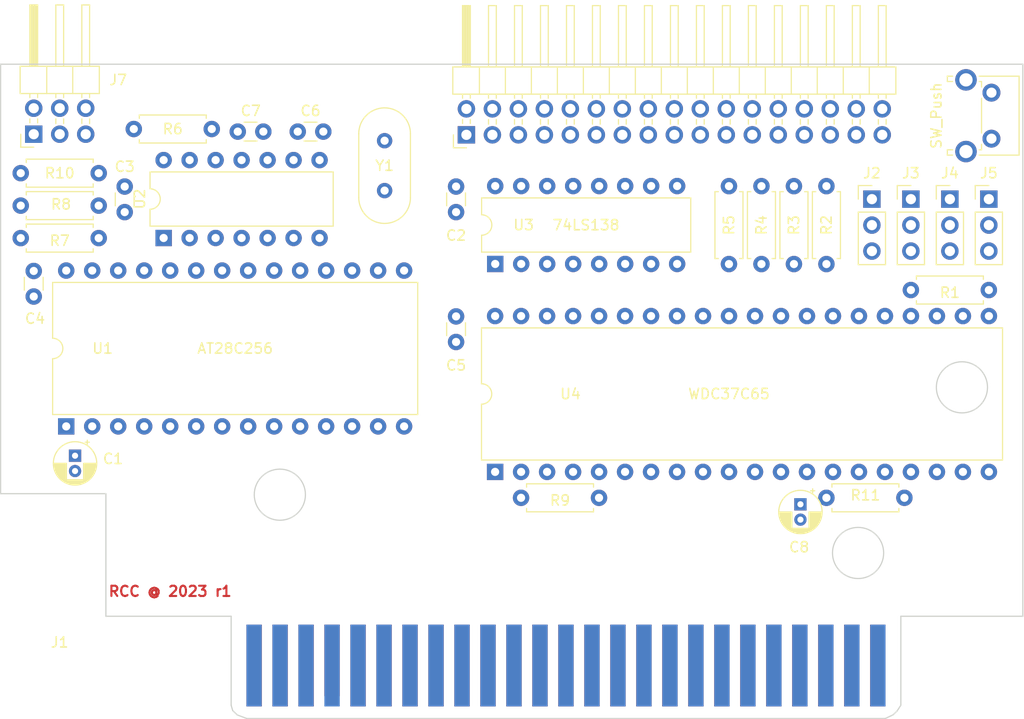
<source format=kicad_pcb>
(kicad_pcb (version 20211014) (generator pcbnew)
  (title_block (title "MSX TDC-600 Floppy Disk Drive Interface Clone") (date "2023-05-28") (rev "1.0") (company "RCC") (comment 1 "Based on Skoti Design: https://github.com/konkotgit/MSX-DC-600"))
  (layers (0 "F.Cu" signal) (31 "B.Cu" signal) (34 "B.Paste" user) (35 "F.Paste" user) (36 "B.SilkS" user "B.Silkscreen") (37 "F.SilkS" user "F.Silkscreen") (38 "B.Mask" user) (39 "F.Mask" user) (44 "Edge.Cuts" user))
  (net 0 "")
  (net 1 "{slash}CS1")
  (net 2 "{slash}CS2")
  (net 3 "{slash}CS12")
  (net 4 "{slash}SLTSL")
  (net 6 "{slash}RFSH")
  (net 7 "{slash}WAIT")
  (net 8 "{slash}INT")
  (net 9 "{slash}M1")
  (net 10 "BUSDIR")
  (net 11 "{slash}IORQ")
  (net 12 "{slash}MREQ")
  (net 13 "{slash}WR")
  (net 14 "{slash}RD")
  (net 15 "{slash}RESET")
  (net 17 "A9")
  (net 18 "A15")
  (net 19 "A11")
  (net 20 "A10")
  (net 21 "A7")
  (net 22 "A6")
  (net 23 "A12")
  (net 24 "A8")
  (net 25 "A14")
  (net 26 "A13")
  (net 27 "A1")
  (net 28 "A0")
  (net 29 "A3")
  (net 30 "A2")
  (net 31 "A5")
  (net 32 "A4")
  (net 33 "D1")
  (net 34 "D0")
  (net 35 "D3")
  (net 36 "D2")
  (net 37 "D5")
  (net 38 "D4")
  (net 39 "D7")
  (net 40 "D6")
  (net 41 "GNDREF")
  (net 42 "CLOCK")
  (net 43 "Net-(J1-Pad44)")
  (net 44 "+5V")
  (net 48 "{slash}MEM_CE")
  (net 49 "MEM_A14")
  (net 50 "Net-(J1-Pad41)")
  (net 51 "MOTORON")
  (net 52 "{slash}MO2")
  (net 53 "MOTORON2")
  (net 54 "{slash}MO1")
  (net 55 "DS1")
  (net 56 "DS2")
  (net 60 "INDEX")
  (net 61 "DIR")
  (net 62 "STEP")
  (net 63 "WRITEDATA")
  (net 66 "WRITEPROTECT")
  (net 67 "READDATA")
  (net 70 "Net-(C6-Pad1)")
  (net 71 "WDRST")
  (net 72 "Net-(C7-Pad1)")
  (net 73 "WDCLK")
  (net 74 "Net-(C7-Pad2)")
  (net 75 "Net-(R7-Pad2)")
  (net 76 "Net-(R8-Pad1)")
  (net 77 "Net-(U2-Pad10)")
  (net 79 "Net-(R11-Pad1)")
  (net 86 "{slash}LDOR")
  (net 87 "WDCS")
  (net 90 "Net-(R1-Pad2)")
  (net 91 "SIDESELECT")
  (net 92 "WRITEGATE")
  (net 93 "{slash}DS1")
  (net 94 "{slash}DS2")
  (net 97 "TRACK00")
  (net 98 "Net-(C6-Pad2)")
  (footprint "Resistor_THT:R_Axial_DIN0207_L6.3mm_D2.5mm_P7.62mm_Horizontal" (layer "F.Cu") (at 102.743 46.228 90)
    (fp_text reference "R5" (at 3.81 0 90) (layer "F.SilkS"))
    (fp_text value "150R" hide)
    (pad "1" thru_hole circle (at 0 0 90) (size 1.6 1.6) (drill 0.8) (layers *.Cu *.Mask) (net 44 "+5V"))
    (pad "2" thru_hole oval (at 7.62 0 90) (size 1.6 1.6) (drill 0.8) (layers *.Cu *.Mask) (net 60 "INDEX"))
  )
  (footprint "Button_Switch_THT:SW_Tactile_SPST_Angled_PTS645Vx31-2LFS" (layer "F.Cu") (at 128.397 29.464 -90)
    (fp_text reference "SW1" hide)
    (fp_text value "SW_Push" (at 2.25 5.38988 90) (layer "F.SilkS"))
    (pad "" thru_hole circle (at 5.76 2.49 270) (size 2.1 2.1) (drill 1.3) (layers *.Cu *.Mask))
    (pad "" thru_hole circle (at -1.25 2.49 270) (size 2.1 2.1) (drill 1.3) (layers *.Cu *.Mask))
    (pad "1" thru_hole circle (at 0 0 270) (size 1.75 1.75) (drill 0.99) (layers *.Cu *.Mask) (net 79 "Net-(R11-Pad1)"))
    (pad "2" thru_hole circle (at 4.5 0 270) (size 1.75 1.75) (drill 0.99) (layers *.Cu *.Mask) (net 41 "GNDREF"))
  )
  (footprint "Resistor_THT:R_Axial_DIN0207_L6.3mm_D2.5mm_P7.62mm_Horizontal" (layer "F.Cu") (at 105.918 46.228 90)
    (fp_text reference "R4" (at 3.81 0 90) (layer "F.SilkS"))
    (fp_text value "150R" hide)
    (pad "1" thru_hole circle (at 0 0 90) (size 1.6 1.6) (drill 0.8) (layers *.Cu *.Mask) (net 44 "+5V"))
    (pad "2" thru_hole oval (at 7.62 0 90) (size 1.6 1.6) (drill 0.8) (layers *.Cu *.Mask) (net 97 "TRACK00"))
  )
  (footprint "Capacitor_THT:C_Disc_D3.0mm_W1.6mm_P2.50mm" (layer "F.Cu") (at 76.073 53.848 90)
    (fp_text reference "C5" (at -2.286 0 180) (layer "F.SilkS"))
    (fp_text value "100nF" hide)
    (pad "1" thru_hole circle (at 0 0 90) (size 1.6 1.6) (drill 0.8) (layers *.Cu *.Mask) (net 41 "GNDREF"))
    (pad "2" thru_hole circle (at 2.5 0 90) (size 1.6 1.6) (drill 0.8) (layers *.Cu *.Mask) (net 44 "+5V"))
  )
  (footprint "Connector_PinHeader_2.54mm:PinHeader_1x03_P2.54mm_Vertical" (layer "F.Cu") (at 120.523 39.878)
    (fp_text reference "J3" (at 0 -2.54) (layer "F.SilkS"))
    (fp_text value "Conn_01x03_Male" hide)
    (pad "1" thru_hole rect (at 0 0) (size 1.7 1.7) (drill 1) (layers *.Cu *.Mask) (net 53 "MOTORON2"))
    (pad "2" thru_hole oval (at 0 2.54) (size 1.7 1.7) (drill 1) (layers *.Cu *.Mask) (net 54 "{slash}MO1"))
    (pad "3" thru_hole oval (at 0 5.08) (size 1.7 1.7) (drill 1) (layers *.Cu *.Mask) (net 51 "MOTORON"))
  )
  (footprint "Roni Footprints:MSX_CART_SW_Official_3Holes" (layer "F.Cu") (at 80.510789 55.283)
    (fp_text reference "J1" (at -43.18 27.94) (layer "F.SilkS"))
    (fp_text value "MSXCART1")
    (fp_text user "RCC @ 2023 r1" (at -32.384228 22.951897 unlocked) (layer "F.Cu") (effects (font (thickness 0.2))))
    (fp_line (start -48.95 13.4) (end -48.95 -28.6) (layer "Edge.Cuts") (width 0.12))
    (fp_line (start -26.268836 34.609987) (end -25.815346 35.041883) (layer "Edge.Cuts") (width 0.12))
    (fp_line (start -25.815346 35.041883) (end -24.892279 35.390806) (layer "Edge.Cuts") (width 0.12))
    (fp_line (start 39.03 25.388435) (end 39.03 34.091713) (layer "Edge.Cuts") (width 0.12))
    (fp_line (start 50.95 -28.6) (end 50.95 25.388435) (layer "Edge.Cuts") (width 0.12))
    (fp_line (start 38.24498 35.044512) (end 38.647705 34.674006) (layer "Edge.Cuts") (width 0.12))
    (fp_line (start -38.66 13.4) (end -38.66 25.388435) (layer "Edge.Cuts") (width 0.12))
    (fp_line (start 39.03 25.388435) (end 50.95 25.388435) (layer "Edge.Cuts") (width 0.12))
    (fp_line (start -26.42 34.091713) (end -26.268836 34.609987) (layer "Edge.Cuts") (width 0.12))
    (fp_line (start 50.95 -28.6) (end -48.95 -28.6) (layer "Edge.Cuts") (width 0.12))
    (fp_line (start -24.892279 35.390806) (end 37.500957 35.390806) (layer "Edge.Cuts") (width 0.12))
    (fp_line (start 37.500957 35.390806) (end 38.24498 35.044512) (layer "Edge.Cuts") (width 0.12))
    (fp_line (start 38.647705 34.674006) (end 39.03 34.091713) (layer "Edge.Cuts") (width 0.12))
    (fp_line (start -26.42 34.091713) (end -26.42 25.388435) (layer "Edge.Cuts") (width 0.12))
    (fp_line (start -38.66 25.388435) (end -26.42 25.388435) (layer "Edge.Cuts") (width 0.12))
    (fp_line (start -48.95 13.4) (end -38.66 13.4) (layer "Edge.Cuts") (width 0.12))
    (fp_circle (center -21.66 13.5) (end -19.16 13.5) (layer "Edge.Cuts") (width 0.12) (fill none))
    (fp_circle (center 34.85 19.2) (end 37.35 19.2) (layer "Edge.Cuts") (width 0.12) (fill none))
    (fp_circle (center 45 3) (end 47.5 3) (layer "Edge.Cuts") (width 0.12) (fill none))
    (pad "1" connect rect (at 36.782025 30.207202) (size 1.5 8) (layers "B.Cu" "B.Mask") (net 1 "{slash}CS1"))
    (pad "2" connect rect (at 36.782025 30.207202) (size 1.5 8) (layers "F.Cu" "F.Mask") (net 2 "{slash}CS2"))
    (pad "3" connect rect (at 34.242025 30.207202) (size 1.5 8) (layers "B.Cu" "B.Mask") (net 3 "{slash}CS12"))
    (pad "4" connect rect (at 34.242025 30.207202) (size 1.5 8) (layers "F.Cu" "F.Mask") (net 4 "{slash}SLTSL"))
    (pad "5" connect rect (at 31.702025 30.207202) (size 1.5 8) (layers "B.Cu" "B.Mask"))
    (pad "6" connect rect (at 31.702025 30.207202) (size 1.5 8) (layers "F.Cu" "F.Mask") (net 6 "{slash}RFSH"))
    (pad "7" connect rect (at 29.162025 30.207202) (size 1.5 8) (layers "B.Cu" "B.Mask") (net 7 "{slash}WAIT"))
    (pad "8" connect rect (at 29.162025 30.207202) (size 1.5 8) (layers "F.Cu" "F.Mask") (net 8 "{slash}INT"))
    (pad "9" connect rect (at 26.622025 30.207202) (size 1.5 8) (layers "B.Cu" "B.Mask") (net 9 "{slash}M1"))
    (pad "10" connect rect (at 26.622025 30.207202) (size 1.5 8) (layers "F.Cu" "F.Mask") (net 10 "BUSDIR"))
    (pad "11" connect rect (at 24.082025 30.207202) (size 1.5 8) (layers "B.Cu" "B.Mask") (net 11 "{slash}IORQ"))
    (pad "12" connect rect (at 24.082025 30.207202) (size 1.5 8) (layers "F.Cu" "F.Mask") (net 12 "{slash}MREQ"))
    (pad "13" connect rect (at 21.542025 30.207202) (size 1.5 8) (layers "B.Cu" "B.Mask") (net 13 "{slash}WR"))
    (pad "14" connect rect (at 21.542025 30.207202) (size 1.5 8) (layers "F.Cu" "F.Mask") (net 14 "{slash}RD"))
    (pad "15" connect rect (at 19.002025 30.207202) (size 1.5 8) (layers "B.Cu" "B.Mask") (net 15 "{slash}RESET"))
    (pad "16" connect rect (at 19.002025 30.207202) (size 1.5 8) (layers "F.Cu" "F.Mask"))
    (pad "17" connect rect (at 16.462025 30.207202) (size 1.5 8) (layers "B.Cu" "B.Mask") (net 17 "A9"))
    (pad "18" connect rect (at 16.462025 30.207202) (size 1.5 8) (layers "F.Cu" "F.Mask") (net 18 "A15"))
    (pad "19" connect rect (at 13.922025 30.207202) (size 1.5 8) (layers "B.Cu" "B.Mask") (net 19 "A11"))
    (pad "20" connect rect (at 13.922025 30.207202) (size 1.5 8) (layers "F.Cu" "F.Mask") (net 20 "A10"))
    (pad "21" connect rect (at 11.382025 30.207202) (size 1.5 8) (layers "B.Cu" "B.Mask") (net 21 "A7"))
    (pad "22" connect rect (at 11.382025 30.207202) (size 1.5 8) (layers "F.Cu" "F.Mask") (net 22 "A6"))
    (pad "23" connect rect (at 8.842025 30.207202) (size 1.5 8) (layers "B.Cu" "B.Mask") (net 23 "A12"))
    (pad "24" connect rect (at 8.842025 30.207202) (size 1.5 8) (layers "F.Cu" "F.Mask") (net 24 "A8"))
    (pad "25" connect rect (at 6.302025 30.207202) (size 1.5 8) (layers "B.Cu" "B.Mask") (net 25 "A14"))
    (pad "26" connect rect (at 6.302025 30.207202) (size 1.5 8) (layers "F.Cu" "F.Mask") (net 26 "A13"))
    (pad "27" connect rect (at 3.762025 30.207202) (size 1.5 8) (layers "B.Cu" "B.Mask") (net 27 "A1"))
    (pad "28" connect rect (at 3.762025 30.207202) (size 1.5 8) (layers "F.Cu" "F.Mask") (net 28 "A0"))
    (pad "29" connect rect (at 1.222025 30.207202) (size 1.5 8) (layers "B.Cu" "B.Mask") (net 29 "A3"))
    (pad "30" connect rect (at 1.222025 30.207202) (size 1.5 8) (layers "F.Cu" "F.Mask") (net 30 "A2"))
    (pad "31" connect rect (at -1.317975 30.207202) (size 1.5 8) (layers "B.Cu" "B.Mask") (net 31 "A5"))
    (pad "32" connect rect (at -1.317975 30.207202) (size 1.5 8) (layers "F.Cu" "F.Mask") (net 32 "A4"))
    (pad "33" connect rect (at -3.857975 30.207202) (size 1.5 8) (layers "B.Cu" "B.Mask") (net 33 "D1"))
    (pad "34" connect rect (at -3.857975 30.207202) (size 1.5 8) (layers "F.Cu" "F.Mask") (net 34 "D0"))
    (pad "35" connect rect (at -6.397975 30.207202) (size 1.5 8) (layers "B.Cu" "B.Mask") (net 35 "D3"))
    (pad "36" connect rect (at -6.397975 30.207202) (size 1.5 8) (layers "F.Cu" "F.Mask") (net 36 "D2"))
    (pad "37" connect rect (at -8.937975 30.207202) (size 1.5 8) (layers "B.Cu" "B.Mask") (net 37 "D5"))
    (pad "38" connect rect (at -8.937975 30.207202) (size 1.5 8) (layers "F.Cu" "F.Mask") (net 38 "D4"))
    (pad "39" connect rect (at -11.477975 30.207202) (size 1.5 8) (layers "B.Cu" "B.Mask") (net 39 "D7"))
    (pad "40" connect rect (at -11.477975 30.207202) (size 1.5 8) (layers "F.Cu" "F.Mask") (net 40 "D6"))
    (pad "41" connect rect (at -14.017975 30.207202) (size 1.5 8) (layers "B.Cu" "B.Mask") (net 50 "Net-(J1-Pad41)"))
    (pad "42" connect rect (at -14.017975 30.207202) (size 1.5 8) (layers "F.Cu" "F.Mask") (net 42 "CLOCK"))
    (pad "43" connect rect (at -16.557975 30.207202) (size 1.5 8) (layers "B.Cu" "B.Mask") (net 50 "Net-(J1-Pad41)"))
    (pad "44" connect rect (at -16.563467 29.69985) (size 1.5 7) (layers "F.Cu" "F.Mask") (net 43 "Net-(J1-Pad44)"))
    (pad "45" connect rect (at -19.097975 30.207202) (size 1.5 8) (layers "B.Cu" "B.Mask") (net 44 "+5V"))
    (pad "46" connect rect (at -19.097975 30.207202) (size 1.5 8) (layers "F.Cu" "F.Mask") (net 43 "Net-(J1-Pad44)"))
    (pad "47" connect rect (at -21.637975 30.207202) (size 1.5 8) (layers "B.Cu" "B.Mask") (net 44 "+5V"))
    (pad "48" connect rect (at -21.637975 30.207202) (size 1.5 8) (layers "F.Cu" "F.Mask"))
    (pad "49" connect rect (at -24.177975 30.207202) (size 1.5 8) (layers "B.Cu" "B.Mask"))
    (pad "50" connect rect (at -24.177975 30.207202) (size 1.5 8) (layers "F.Cu" "F.Mask"))
  )
  (footprint "Crystal:Crystal_HC49-U_Vertical" (layer "F.Cu") (at 69.088 34.163 -90)
    (fp_text reference "Y1" (at 2.44 0 180) (layer "F.SilkS"))
    (fp_text value "16Mhz" hide)
    (pad "1" thru_hole circle (at 0 0 270) (size 1.5 1.5) (drill 0.8) (layers *.Cu *.Mask) (net 98 "Net-(C6-Pad2)"))
    (pad "2" thru_hole circle (at 4.88 0 270) (size 1.5 1.5) (drill 0.8) (layers *.Cu *.Mask) (net 75 "Net-(R7-Pad2)"))
  )
  (footprint "Capacitor_THT:C_Disc_D3.0mm_W1.6mm_P2.50mm" (layer "F.Cu") (at 43.688 41.148 90)
    (fp_text reference "C3" (at 4.445 0 180) (layer "F.SilkS"))
    (fp_text value "100nF" hide)
    (pad "1" thru_hole circle (at 0 0 90) (size 1.6 1.6) (drill 0.8) (layers *.Cu *.Mask) (net 41 "GNDREF"))
    (pad "2" thru_hole circle (at 2.5 0 90) (size 1.6 1.6) (drill 0.8) (layers *.Cu *.Mask) (net 44 "+5V"))
  )
  (footprint "Resistor_THT:R_Axial_DIN0207_L6.3mm_D2.5mm_P7.62mm_Horizontal" (layer "F.Cu") (at 52.197 33.02 180)
    (fp_text reference "R6" (at 3.81 0 180) (layer "F.SilkS"))
    (fp_text value "330R" hide)
    (pad "1" thru_hole circle (at 0 0 180) (size 1.6 1.6) (drill 0.8) (layers *.Cu *.Mask) (net 70 "Net-(C6-Pad1)"))
    (pad "2" thru_hole oval (at 7.62 0 180) (size 1.6 1.6) (drill 0.8) (layers *.Cu *.Mask) (net 72 "Net-(C7-Pad1)"))
  )
  (footprint "Resistor_THT:R_Axial_DIN0207_L6.3mm_D2.5mm_P7.62mm_Horizontal" (layer "F.Cu") (at 82.423 69.088)
    (fp_text reference "R9" (at 3.81 0.254) (layer "F.SilkS"))
    (fp_text value "10k" hide)
    (pad "1" thru_hole circle (at 0 0) (size 1.6 1.6) (drill 0.8) (layers *.Cu *.Mask) (net 13 "{slash}WR"))
    (pad "2" thru_hole oval (at 7.62 0) (size 1.6 1.6) (drill 0.8) (layers *.Cu *.Mask) (net 44 "+5V"))
  )
  (footprint "Connector_PinHeader_2.54mm:PinHeader_1x03_P2.54mm_Vertical" (layer "F.Cu") (at 124.333 39.878)
    (fp_text reference "J4" (at 0 -2.54) (layer "F.SilkS"))
    (fp_text value "Conn_01x03_Male" hide)
    (pad "1" thru_hole rect (at 0 0) (size 1.7 1.7) (drill 1) (layers *.Cu *.Mask) (net 55 "DS1"))
    (pad "2" thru_hole oval (at 0 2.54) (size 1.7 1.7) (drill 1) (layers *.Cu *.Mask) (net 94 "{slash}DS2"))
    (pad "3" thru_hole oval (at 0 5.08) (size 1.7 1.7) (drill 1) (layers *.Cu *.Mask) (net 56 "DS2"))
  )
  (footprint "Capacitor_THT:C_Disc_D3.0mm_W1.6mm_P2.50mm" (layer "F.Cu") (at 57.237 33.274 180)
    (fp_text reference "C7" (at 1.23 2.032) (layer "F.SilkS"))
    (fp_text value "100nF" hide)
    (pad "1" thru_hole circle (at 0 0 180) (size 1.6 1.6) (drill 0.8) (layers *.Cu *.Mask) (net 72 "Net-(C7-Pad1)"))
    (pad "2" thru_hole circle (at 2.5 0 180) (size 1.6 1.6) (drill 0.8) (layers *.Cu *.Mask) (net 74 "Net-(C7-Pad2)"))
  )
  (footprint "Connector_PinHeader_2.54mm:PinHeader_1x03_P2.54mm_Vertical" (layer "F.Cu") (at 128.143 39.878)
    (fp_text reference "J5" (at 0 -2.54) (layer "F.SilkS"))
    (fp_text value "Conn_01x03_Male" hide)
    (pad "1" thru_hole rect (at 0 0) (size 1.7 1.7) (drill 1) (layers *.Cu *.Mask) (net 56 "DS2"))
    (pad "2" thru_hole oval (at 0 2.54) (size 1.7 1.7) (drill 1) (layers *.Cu *.Mask) (net 93 "{slash}DS1"))
    (pad "3" thru_hole oval (at 0 5.08) (size 1.7 1.7) (drill 1) (layers *.Cu *.Mask) (net 55 "DS1"))
  )
  (footprint "Capacitor_THT:C_Disc_D3.0mm_W1.6mm_P2.50mm" (layer "F.Cu") (at 60.599 33.274)
    (fp_text reference "C6" (at 1.25 -2.032) (layer "F.SilkS"))
    (fp_text value "10nF" hide)
    (pad "1" thru_hole circle (at 0 0) (size 1.6 1.6) (drill 0.8) (layers *.Cu *.Mask) (net 70 "Net-(C6-Pad1)"))
    (pad "2" thru_hole circle (at 2.5 0) (size 1.6 1.6) (drill 0.8) (layers *.Cu *.Mask) (net 98 "Net-(C6-Pad2)"))
  )
  (footprint "Resistor_THT:R_Axial_DIN0207_L6.3mm_D2.5mm_P7.62mm_Horizontal" (layer "F.Cu") (at 119.888 69.088 180)
    (fp_text reference "R11" (at 3.81 0.254 180) (layer "F.SilkS"))
    (fp_text value "100" hide)
    (pad "1" thru_hole circle (at 0 0 180) (size 1.6 1.6) (drill 0.8) (layers *.Cu *.Mask) (net 79 "Net-(R11-Pad1)"))
    (pad "2" thru_hole oval (at 7.62 0 180) (size 1.6 1.6) (drill 0.8) (layers *.Cu *.Mask) (net 15 "{slash}RESET"))
  )
  (footprint "Resistor_THT:R_Axial_DIN0207_L6.3mm_D2.5mm_P7.62mm_Horizontal" (layer "F.Cu") (at 33.528 43.688)
    (fp_text reference "R7" (at 3.81 0.254) (layer "F.SilkS"))
    (fp_text value "330R" hide)
    (pad "1" thru_hole circle (at 0 0) (size 1.6 1.6) (drill 0.8) (layers *.Cu *.Mask) (net 74 "Net-(C7-Pad2)"))
    (pad "2" thru_hole oval (at 7.62 0) (size 1.6 1.6) (drill 0.8) (layers *.Cu *.Mask) (net 75 "Net-(R7-Pad2)"))
  )
  (footprint "Connector_PinHeader_2.54mm:PinHeader_2x17_P2.54mm_Horizontal" (layer "F.Cu") (at 77.084 33.59 90)
    (fp_text reference "J6" hide)
    (fp_text value "FDD Connector" hide)
    (pad "1" thru_hole rect (at 0 0 90) (size 1.7 1.7) (drill 1) (layers *.Cu *.Mask) (net 41 "GNDREF"))
    (pad "2" thru_hole oval (at 2.54 0 90) (size 1.7 1.7) (drill 1) (layers *.Cu *.Mask))
    (pad "3" thru_hole oval (at 0 2.54 90) (size 1.7 1.7) (drill 1) (layers *.Cu *.Mask) (net 41 "GNDREF"))
    (pad "4" thru_hole oval (at 2.54 2.54 90) (size 1.7 1.7) (drill 1) (layers *.Cu *.Mask))
    (pad "5" thru_hole oval (at 0 5.08 90) (size 1.7 1.7) (drill 1) (layers *.Cu *.Mask) (net 41 "GNDREF"))
    (pad "6" thru_hole oval (at 2.54 5.08 90) (size 1.7 1.7) (drill 1) (layers *.Cu *.Mask))
    (pad "7" thru_hole oval (at 0 7.62 90) (size 1.7 1.7) (drill 1) (layers *.Cu *.Mask) (net 41 "GNDREF"))
    (pad "8" thru_hole oval (at 2.54 7.62 90) (size 1.7 1.7) (drill 1) (layers *.Cu *.Mask) (net 60 "INDEX"))
    (pad "9" thru_hole oval (at 0 10.16 90) (size 1.7 1.7) (drill 1) (layers *.Cu *.Mask) (net 41 "GNDREF"))
    (pad "10" thru_hole oval (at 2.54 10.16 90) (size 1.7 1.7) (drill 1) (layers *.Cu *.Mask) (net 55 "DS1"))
    (pad "11" thru_hole oval (at 0 12.7 90) (size 1.7 1.7) (drill 1) (layers *.Cu *.Mask) (net 41 "GNDREF"))
    (pad "12" thru_hole oval (at 2.54 12.7 90) (size 1.7 1.7) (drill 1) (layers *.Cu *.Mask) (net 56 "DS2"))
    (pad "13" thru_hole oval (at 0 15.24 90) (size 1.7 1.7) (drill 1) (layers *.Cu *.Mask) (net 41 "GNDREF"))
    (pad "14" thru_hole oval (at 2.54 15.24 90) (size 1.7 1.7) (drill 1) (layers *.Cu *.Mask) (net 51 "MOTORON"))
    (pad "15" thru_hole oval (at 0 17.78 90) (size 1.7 1.7) (drill 1) (layers *.Cu *.Mask) (net 41 "GNDREF"))
    (pad "16" thru_hole oval (at 2.54 17.78 90) (size 1.7 1.7) (drill 1) (layers *.Cu *.Mask) (net 53 "MOTORON2"))
    (pad "17" thru_hole oval (at 0 20.32 90) (size 1.7 1.7) (drill 1) (layers *.Cu *.Mask) (net 41 "GNDREF"))
    (pad "18" thru_hole oval (at 2.54 20.32 90) (size 1.7 1.7) (drill 1) (layers *.Cu *.Mask) (net 61 "DIR"))
    (pad "19" thru_hole oval (at 0 22.86 90) (size 1.7 1.7) (drill 1) (layers *.Cu *.Mask) (net 41 "GNDREF"))
    (pad "20" thru_hole oval (at 2.54 22.86 90) (size 1.7 1.7) (drill 1) (layers *.Cu *.Mask) (net 62 "STEP"))
    (pad "21" thru_hole oval (at 0 25.4 90) (size 1.7 1.7) (drill 1) (layers *.Cu *.Mask) (net 41 "GNDREF"))
    (pad "22" thru_hole oval (at 2.54 25.4 90) (size 1.7 1.7) (drill 1) (layers *.Cu *.Mask) (net 63 "WRITEDATA"))
    (pad "23" thru_hole oval (at 0 27.94 90) (size 1.7 1.7) (drill 1) (layers *.Cu *.Mask) (net 41 "GNDREF"))
    (pad "24" thru_hole oval (at 2.54 27.94 90) (size 1.7 1.7) (drill 1) (layers *.Cu *.Mask))
    (pad "25" thru_hole oval (at 0 30.48 90) (size 1.7 1.7) (drill 1) (layers *.Cu *.Mask) (net 41 "GNDREF"))
    (pad "26" thru_hole oval (at 2.54 30.48 90) (size 1.7 1.7) (drill 1) (layers *.Cu *.Mask))
    (pad "27" thru_hole oval (at 0 33.02 90) (size 1.7 1.7) (drill 1) (layers *.Cu *.Mask) (net 41 "GNDREF"))
    (pad "28" thru_hole oval (at 2.54 33.02 90) (size 1.7 1.7) (drill 1) (layers *.Cu *.Mask) (net 66 "WRITEPROTECT"))
    (pad "29" thru_hole oval (at 0 35.56 90) (size 1.7 1.7) (drill 1) (layers *.Cu *.Mask) (net 41 "GNDREF"))
    (pad "30" thru_hole oval (at 2.54 35.56 90) (size 1.7 1.7) (drill 1) (layers *.Cu *.Mask) (net 67 "READDATA"))
    (pad "31" thru_hole oval (at 0 38.1 90) (size 1.7 1.7) (drill 1) (layers *.Cu *.Mask) (net 41 "GNDREF"))
    (pad "32" thru_hole oval (at 2.54 38.1 90) (size 1.7 1.7) (drill 1) (layers *.Cu *.Mask))
    (pad "33" thru_hole oval (at 0 40.64 90) (size 1.7 1.7) (drill 1) (layers *.Cu *.Mask) (net 41 "GNDREF"))
    (pad "34" thru_hole oval (at 2.54 40.64 90) (size 1.7 1.7) (drill 1) (layers *.Cu *.Mask))
  )
  (footprint "Package_DIP:DIP-14_W7.62mm" (layer "F.Cu") (at 47.493 43.678 90)
    (fp_text reference "U2" (at 3.81 -2.33 90) (layer "F.SilkS"))
    (fp_text value "74LS04")
    (pad "1" thru_hole rect (at 0 0 90) (size 1.6 1.6) (drill 0.8) (layers *.Cu *.Mask) (net 15 "{slash}RESET"))
    (pad "2" thru_hole oval (at 0 2.54 90) (size 1.6 1.6) (drill 0.8) (layers *.Cu *.Mask) (net 71 "WDRST"))
    (pad "3" thru_hole oval (at 0 5.08 90) (size 1.6 1.6) (drill 0.8) (layers *.Cu *.Mask) (net 74 "Net-(C7-Pad2)"))
    (pad "4" thru_hole oval (at 0 7.62 90) (size 1.6 1.6) (drill 0.8) (layers *.Cu *.Mask) (net 73 "WDCLK"))
    (pad "5" thru_hole oval (at 0 10.16 90) (size 1.6 1.6) (drill 0.8) (layers *.Cu *.Mask) (net 75 "Net-(R7-Pad2)"))
    (pad "6" thru_hole oval (at 0 12.7 90) (size 1.6 1.6) (drill 0.8) (layers *.Cu *.Mask) (net 74 "Net-(C7-Pad2)"))
    (pad "7" thru_hole oval (at 0 15.24 90) (size 1.6 1.6) (drill 0.8) (layers *.Cu *.Mask) (net 41 "GNDREF"))
    (pad "8" thru_hole oval (at 7.62 15.24 90) (size 1.6 1.6) (drill 0.8) (layers *.Cu *.Mask) (net 70 "Net-(C6-Pad1)"))
    (pad "9" thru_hole oval (at 7.62 12.7 90) (size 1.6 1.6) (drill 0.8) (layers *.Cu *.Mask) (net 72 "Net-(C7-Pad1)"))
    (pad "10" thru_hole oval (at 7.62 10.16 90) (size 1.6 1.6) (drill 0.8) (layers *.Cu *.Mask) (net 77 "Net-(U2-Pad10)"))
    (pad "11" thru_hole oval (at 7.62 7.62 90) (size 1.6 1.6) (drill 0.8) (layers *.Cu *.Mask) (net 25 "A14"))
    (pad "12" thru_hole oval (at 7.62 5.08 90) (size 1.6 1.6) (drill 0.8) (layers *.Cu *.Mask))
    (pad "13" thru_hole oval (at 7.62 2.54 90) (size 1.6 1.6) (drill 0.8) (layers *.Cu *.Mask) (net 76 "Net-(R8-Pad1)"))
    (pad "14" thru_hole oval (at 7.62 0 90) (size 1.6 1.6) (drill 0.8) (layers *.Cu *.Mask) (net 44 "+5V"))
  )
  (footprint "Capacitor_THT:CP_Radial_D4.0mm_P1.50mm" (layer "F.Cu") (at 38.835036 64.96937 -90)
    (fp_text reference "C1" (at 0.30863 -3.709964 180) (layer "F.SilkS"))
    (fp_text value "10uF" hide)
    (pad "1" thru_hole rect (at 0 0 270) (size 1.2 1.2) (drill 0.6) (layers *.Cu *.Mask) (net 44 "+5V"))
    (pad "2" thru_hole circle (at 1.5 0 270) (size 1.2 1.2) (drill 0.6) (layers *.Cu *.Mask) (net 41 "GNDREF"))
  )
  (footprint "Resistor_THT:R_Axial_DIN0207_L6.3mm_D2.5mm_P7.62mm_Horizontal" (layer "F.Cu") (at 33.528 37.338)
    (fp_text reference "R10" (at 3.81 0) (layer "F.SilkS"))
    (fp_text value "10k" hide)
    (pad "1" thru_hole circle (at 0 0) (size 1.6 1.6) (drill 0.8) (layers *.Cu *.Mask) (net 48 "{slash}MEM_CE"))
    (pad "2" thru_hole oval (at 7.62 0) (size 1.6 1.6) (drill 0.8) (layers *.Cu *.Mask) (net 44 "+5V"))
  )
  (footprint "Resistor_THT:R_Axial_DIN0207_L6.3mm_D2.5mm_P7.62mm_Horizontal" (layer "F.Cu") (at 120.523 48.768)
    (fp_text reference "R1" (at 3.81 0.254) (layer "F.SilkS"))
    (fp_text value "1K" hide)
    (pad "1" thru_hole circle (at 0 0) (size 1.6 1.6) (drill 0.8) (layers *.Cu *.Mask) (net 41 "GNDREF"))
    (pad "2" thru_hole oval (at 7.62 0) (size 1.6 1.6) (drill 0.8) (layers *.Cu *.Mask) (net 90 "Net-(R1-Pad2)"))
  )
  (footprint "Resistor_THT:R_Axial_DIN0207_L6.3mm_D2.5mm_P7.62mm_Horizontal" (layer "F.Cu") (at 112.268 38.608 -90)
    (fp_text reference "R2" (at 3.81 0 90) (layer "F.SilkS"))
    (fp_text value "150R" hide)
    (pad "1" thru_hole circle (at 0 0 270) (size 1.6 1.6) (drill 0.8) (layers *.Cu *.Mask) (net 44 "+5V"))
    (pad "2" thru_hole oval (at 7.62 0 270) (size 1.6 1.6) (drill 0.8) (layers *.Cu *.Mask) (net 67 "READDATA"))
  )
  (footprint "Resistor_THT:R_Axial_DIN0207_L6.3mm_D2.5mm_P7.62mm_Horizontal" (layer "F.Cu") (at 41.148 40.513 180)
    (fp_text reference "R8" (at 3.683 0.127 180) (layer "F.SilkS"))
    (fp_text value "1K" hide)
    (pad "1" thru_hole circle (at 0 0 180) (size 1.6 1.6) (drill 0.8) (layers *.Cu *.Mask) (net 76 "Net-(R8-Pad1)"))
    (pad "2" thru_hole oval (at 7.62 0 180) (size 1.6 1.6) (drill 0.8) (layers *.Cu *.Mask) (net 44 "+5V"))
  )
  (footprint "Capacitor_THT:CP_Radial_D4.0mm_P1.50mm" (layer "F.Cu") (at 109.728 69.723 -90)
    (fp_text reference "C8" (at 4.191 0.127 180) (layer "F.SilkS"))
    (fp_text value "1uF" hide)
    (pad "1" thru_hole rect (at 0 0 270) (size 1.2 1.2) (drill 0.6) (layers *.Cu *.Mask) (net 15 "{slash}RESET"))
    (pad "2" thru_hole circle (at 1.5 0 270) (size 1.2 1.2) (drill 0.6) (layers *.Cu *.Mask) (net 41 "GNDREF"))
  )
  (footprint "Capacitor_THT:C_Disc_D3.0mm_W1.6mm_P2.50mm" (layer "F.Cu") (at 34.798 49.403 90)
    (fp_text reference "C4" (at -2.159 0.127 180) (layer "F.SilkS"))
    (fp_text value "100nF" hide)
    (pad "1" thru_hole circle (at 0 0 90) (size 1.6 1.6) (drill 0.8) (layers *.Cu *.Mask) (net 41 "GNDREF"))
    (pad "2" thru_hole circle (at 2.5 0 90) (size 1.6 1.6) (drill 0.8) (layers *.Cu *.Mask) (net 44 "+5V"))
  )
  (footprint "Package_DIP:DIP-16_W7.62mm" (layer "F.Cu") (at 79.898 46.218 90)
    (fp_text reference "U3" (at 3.81 2.779 180) (layer "F.SilkS"))
    (fp_text value "74LS138" (at 3.8 8.875 180) (layer "F.SilkS"))
    (pad "1" thru_hole rect (at 0 0 90) (size 1.6 1.6) (drill 0.8) (layers *.Cu *.Mask) (net 23 "A12"))
    (pad "2" thru_hole oval (at 0 2.54 90) (size 1.6 1.6) (drill 0.8) (layers *.Cu *.Mask) (net 26 "A13"))
    (pad "3" thru_hole oval (at 0 5.08 90) (size 1.6 1.6) (drill 0.8) (layers *.Cu *.Mask) (net 41 "GNDREF"))
    (pad "4" thru_hole oval (at 0 7.62 90) (size 1.6 1.6) (drill 0.8) (layers *.Cu *.Mask) (net 4 "{slash}SLTSL"))
    (pad "5" thru_hole oval (at 0 10.16 90) (size 1.6 1.6) (drill 0.8) (layers *.Cu *.Mask) (net 41 "GNDREF"))
    (pad "6" thru_hole oval (at 0 12.7 90) (size 1.6 1.6) (drill 0.8) (layers *.Cu *.Mask) (net 77 "Net-(U2-Pad10)"))
    (pad "7" thru_hole oval (at 0 15.24 90) (size 1.6 1.6) (drill 0.8) (layers *.Cu *.Mask))
    (pad "8" thru_hole oval (at 0 17.78 90) (size 1.6 1.6) (drill 0.8) (layers *.Cu *.Mask) (net 41 "GNDREF"))
    (pad "9" thru_hole oval (at 7.62 17.78 90) (size 1.6 1.6) (drill 0.8) (layers *.Cu *.Mask))
    (pad "10" thru_hole oval (at 7.62 15.24 90) (size 1.6 1.6) (drill 0.8) (layers *.Cu *.Mask))
    (pad "11" thru_hole oval (at 7.62 12.7 90) (size 1.6 1.6) (drill 0.8) (layers *.Cu *.Mask))
    (pad "12" thru_hole oval (at 7.62 10.16 90) (size 1.6 1.6) (drill 0.8) (layers *.Cu *.Mask))
    (pad "13" thru_hole oval (at 7.62 7.62 90) (size 1.6 1.6) (drill 0.8) (layers *.Cu *.Mask))
    (pad "14" thru_hole oval (at 7.62 5.08 90) (size 1.6 1.6) (drill 0.8) (layers *.Cu *.Mask) (net 86 "{slash}LDOR"))
    (pad "15" thru_hole oval (at 7.62 2.54 90) (size 1.6 1.6) (drill 0.8) (layers *.Cu *.Mask) (net 87 "WDCS"))
    (pad "16" thru_hole oval (at 7.62 0 90) (size 1.6 1.6) (drill 0.8) (layers *.Cu *.Mask) (net 44 "+5V"))
  )
  (footprint "Package_DIP:DIP-40_W15.24mm" (layer "F.Cu") (at 79.888 66.553 90)
    (fp_text reference "U4" (at 7.62 7.361 180) (layer "F.SilkS"))
    (fp_text value "WDC37C65" (at 7.625 22.855 180) (layer "F.SilkS"))
    (pad "1" thru_hole rect (at 0 0 90) (size 1.6 1.6) (drill 0.8) (layers *.Cu *.Mask) (net 14 "{slash}RD"))
    (pad "2" thru_hole oval (at 0 2.54 90) (size 1.6 1.6) (drill 0.8) (layers *.Cu *.Mask) (net 13 "{slash}WR"))
    (pad "3" thru_hole oval (at 0 5.08 90) (size 1.6 1.6) (drill 0.8) (layers *.Cu *.Mask) (net 87 "WDCS"))
    (pad "4" thru_hole oval (at 0 7.62 90) (size 1.6 1.6) (drill 0.8) (layers *.Cu *.Mask) (net 28 "A0"))
    (pad "5" thru_hole oval (at 0 10.16 90) (size 1.6 1.6) (drill 0.8) (layers *.Cu *.Mask) (net 44 "+5V"))
    (pad "6" thru_hole oval (at 0 12.7 90) (size 1.6 1.6) (drill 0.8) (layers *.Cu *.Mask) (net 41 "GNDREF"))
    (pad "7" thru_hole oval (at 0 15.24 90) (size 1.6 1.6) (drill 0.8) (layers *.Cu *.Mask) (net 34 "D0"))
    (pad "8" thru_hole oval (at 0 17.78 90) (size 1.6 1.6) (drill 0.8) (layers *.Cu *.Mask) (net 33 "D1"))
    (pad "9" thru_hole oval (at 0 20.32 90) (size 1.6 1.6) (drill 0.8) (layers *.Cu *.Mask) (net 36 "D2"))
    (pad "10" thru_hole oval (at 0 22.86 90) (size 1.6 1.6) (drill 0.8) (layers *.Cu *.Mask) (net 35 "D3"))
    (pad "11" thru_hole oval (at 0 25.4 90) (size 1.6 1.6) (drill 0.8) (layers *.Cu *.Mask) (net 38 "D4"))
    (pad "12" thru_hole oval (at 0 27.94 90) (size 1.6 1.6) (drill 0.8) (layers *.Cu *.Mask) (net 37 "D5"))
    (pad "13" thru_hole oval (at 0 30.48 90) (size 1.6 1.6) (drill 0.8) (layers *.Cu *.Mask) (net 40 "D6"))
    (pad "14" thru_hole oval (at 0 33.02 90) (size 1.6 1.6) (drill 0.8) (layers *.Cu *.Mask) (net 39 "D7"))
    (pad "15" thru_hole oval (at 0 35.56 90) (size 1.6 1.6) (drill 0.8) (layers *.Cu *.Mask))
    (pad "16" thru_hole oval (at 0 38.1 90) (size 1.6 1.6) (drill 0.8) (layers *.Cu *.Mask))
    (pad "17" thru_hole oval (at 0 40.64 90) (size 1.6 1.6) (drill 0.8) (layers *.Cu *.Mask) (net 86 "{slash}LDOR"))
    (pad "18" thru_hole oval (at 0 43.18 90) (size 1.6 1.6) (drill 0.8) (layers *.Cu *.Mask) (net 44 "+5V"))
    (pad "19" thru_hole oval (at 0 45.72 90) (size 1.6 1.6) (drill 0.8) (layers *.Cu *.Mask) (net 71 "WDRST"))
    (pad "20" thru_hole oval (at 0 48.26 90) (size 1.6 1.6) (drill 0.8) (layers *.Cu *.Mask) (net 67 "READDATA"))
    (pad "21" thru_hole oval (at 15.24 48.26 90) (size 1.6 1.6) (drill 0.8) (layers *.Cu *.Mask) (net 41 "GNDREF"))
    (pad "22" thru_hole oval (at 15.24 45.72 90) (size 1.6 1.6) (drill 0.8) (layers *.Cu *.Mask) (net 41 "GNDREF"))
    (pad "23" thru_hole oval (at 15.24 43.18 90) (size 1.6 1.6) (drill 0.8) (layers *.Cu *.Mask) (net 73 "WDCLK"))
    (pad "24" thru_hole oval (at 15.24 40.64 90) (size 1.6 1.6) (drill 0.8) (layers *.Cu *.Mask) (net 90 "Net-(R1-Pad2)"))
    (pad "25" thru_hole oval (at 15.24 38.1 90) (size 1.6 1.6) (drill 0.8) (layers *.Cu *.Mask) (net 91 "SIDESELECT"))
    (pad "26" thru_hole oval (at 15.24 35.56 90) (size 1.6 1.6) (drill 0.8) (layers *.Cu *.Mask) (net 92 "WRITEGATE"))
    (pad "27" thru_hole oval (at 15.24 33.02 90) (size 1.6 1.6) (drill 0.8) (layers *.Cu *.Mask) (net 63 "WRITEDATA"))
    (pad "28" thru_hole oval (at 15.24 30.48 90) (size 1.6 1.6) (drill 0.8) (layers *.Cu *.Mask) (net 61 "DIR"))
    (pad "29" thru_hole oval (at 15.24 27.94 90) (size 1.6 1.6) (drill 0.8) (layers *.Cu *.Mask) (net 62 "STEP"))
    (pad "30" thru_hole oval (at 15.24 25.4 90) (size 1.6 1.6) (drill 0.8) (layers *.Cu *.Mask) (net 93 "{slash}DS1"))
    (pad "31" thru_hole oval (at 15.24 22.86 90) (size 1.6 1.6) (drill 0.8) (layers *.Cu *.Mask) (net 41 "GNDREF"))
    (pad "32" thru_hole oval (at 15.24 20.32 90) (size 1.6 1.6) (drill 0.8) (layers *.Cu *.Mask) (net 94 "{slash}DS2"))
    (pad "33" thru_hole oval (at 15.24 17.78 90) (size 1.6 1.6) (drill 0.8) (layers *.Cu *.Mask) (net 54 "{slash}MO1"))
    (pad "34" thru_hole oval (at 15.24 15.24 90) (size 1.6 1.6) (drill 0.8) (layers *.Cu *.Mask) (net 52 "{slash}MO2"))
    (pad "35" thru_hole oval (at 15.24 12.7 90) (size 1.6 1.6) (drill 0.8) (layers *.Cu *.Mask))
    (pad "36" thru_hole oval (at 15.24 10.16 90) (size 1.6 1.6) (drill 0.8) (layers *.Cu *.Mask))
    (pad "37" thru_hole oval (at 15.24 7.62 90) (size 1.6 1.6) (drill 0.8) (layers *.Cu *.Mask) (net 66 "WRITEPROTECT"))
    (pad "38" thru_hole oval (at 15.24 5.08 90) (size 1.6 1.6) (drill 0.8) (layers *.Cu *.Mask) (net 97 "TRACK00"))
    (pad "39" thru_hole oval (at 15.24 2.54 90) (size 1.6 1.6) (drill 0.8) (layers *.Cu *.Mask) (net 60 "INDEX"))
    (pad "40" thru_hole oval (at 15.24 0 90) (size 1.6 1.6) (drill 0.8) (layers *.Cu *.Mask) (net 44 "+5V"))
  )
  (footprint "Connector_PinHeader_2.54mm:PinHeader_1x03_P2.54mm_Vertical" (layer "F.Cu") (at 116.713 39.878)
    (fp_text reference "J2" (at 0 -2.54) (layer "F.SilkS"))
    (fp_text value "Conn_01x03_Male" hide)
    (pad "1" thru_hole rect (at 0 0) (size 1.7 1.7) (drill 1) (layers *.Cu *.Mask) (net 51 "MOTORON"))
    (pad "2" thru_hole oval (at 0 2.54) (size 1.7 1.7) (drill 1) (layers *.Cu *.Mask) (net 52 "{slash}MO2"))
    (pad "3" thru_hole oval (at 0 5.08) (size 1.7 1.7) (drill 1) (layers *.Cu *.Mask) (net 53 "MOTORON2"))
  )
  (footprint "Capacitor_THT:C_Disc_D3.0mm_W1.6mm_P2.50mm" (layer "F.Cu") (at 76.073 41.148 90)
    (fp_text reference "C2" (at -2.286 0 180) (layer "F.SilkS"))
    (fp_text value "100nF" hide)
    (pad "1" thru_hole circle (at 0 0 90) (size 1.6 1.6) (drill 0.8) (layers *.Cu *.Mask) (net 41 "GNDREF"))
    (pad "2" thru_hole circle (at 2.5 0 90) (size 1.6 1.6) (drill 0.8) (layers *.Cu *.Mask) (net 44 "+5V"))
  )
  (footprint "Resistor_THT:R_Axial_DIN0207_L6.3mm_D2.5mm_P7.62mm_Horizontal" (layer "F.Cu") (at 109.093 46.228 90)
    (fp_text reference "R3" (at 3.81 0 90) (layer "F.SilkS"))
    (fp_text value "150R" hide)
    (pad "1" thru_hole circle (at 0 0 90) (size 1.6 1.6) (drill 0.8) (layers *.Cu *.Mask) (net 44 "+5V"))
    (pad "2" thru_hole oval (at 7.62 0 90) (size 1.6 1.6) (drill 0.8) (layers *.Cu *.Mask) (net 66 "WRITEPROTECT"))
  )
  (footprint "Package_DIP:DIP-28_W15.24mm" (layer "F.Cu") (at 37.973 62.103 90)
    (fp_text reference "U1" (at 7.62 3.556 180) (layer "F.SilkS"))
    (fp_text value "AT28C256" (at 7.62 16.51 180) (layer "F.SilkS"))
    (pad "1" thru_hole rect (at 0 0 90) (size 1.6 1.6) (drill 0.8) (layers *.Cu *.Mask) (net 49 "MEM_A14"))
    (pad "2" thru_hole oval (at 0 2.54 90) (size 1.6 1.6) (drill 0.8) (layers *.Cu *.Mask) (net 23 "A12"))
    (pad "3" thru_hole oval (at 0 5.08 90) (size 1.6 1.6) (drill 0.8) (layers *.Cu *.Mask) (net 21 "A7"))
    (pad "4" thru_hole oval (at 0 7.62 90) (size 1.6 1.6) (drill 0.8) (layers *.Cu *.Mask) (net 22 "A6"))
    (pad "5" thru_hole oval (at 0 10.16 90) (size 1.6 1.6) (drill 0.8) (layers *.Cu *.Mask) (net 31 "A5"))
    (pad "6" thru_hole oval (at 0 12.7 90) (size 1.6 1.6) (drill 0.8) (layers *.Cu *.Mask) (net 32 "A4"))
    (pad "7" thru_hole oval (at 0 15.24 90) (size 1.6 1.6) (drill 0.8) (layers *.Cu *.Mask) (net 29 "A3"))
    (pad "8" thru_hole oval (at 0 17.78 90) (size 1.6 1.6) (drill 0.8) (layers *.Cu *.Mask) (net 30 "A2"))
    (pad "9" thru_hole oval (at 0 20.32 90) (size 1.6 1.6) (drill 0.8) (layers *.Cu *.Mask) (net 27 "A1"))
    (pad "10" thru_hole oval (at 0 22.86 90) (size 1.6 1.6) (drill 0.8) (layers *.Cu *.Mask) (net 28 "A0"))
    (pad "11" thru_hole oval (at 0 25.4 90) (size 1.6 1.6) (drill 0.8) (layers *.Cu *.Mask) (net 34 "D0"))
    (pad "12" thru_hole oval (at 0 27.94 90) (size 1.6 1.6) (drill 0.8) (layers *.Cu *.Mask) (net 33 "D1"))
    (pad "13" thru_hole oval (at 0 30.48 90) (size 1.6 1.6) (drill 0.8) (layers *.Cu *.Mask) (net 36 "D2"))
    (pad "14" thru_hole oval (at 0 33.02 90) (size 1.6 1.6) (drill 0.8) (layers *.Cu *.Mask) (net 41 "GNDREF"))
    (pad "15" thru_hole oval (at 15.24 33.02 90) (size 1.6 1.6) (drill 0.8) (layers *.Cu *.Mask) (net 35 "D3"))
    (pad "16" thru_hole oval (at 15.24 30.48 90) (size 1.6 1.6) (drill 0.8) (layers *.Cu *.Mask) (net 38 "D4"))
    (pad "17" thru_hole oval (at 15.24 27.94 90) (size 1.6 1.6) (drill 0.8) (layers *.Cu *.Mask) (net 37 "D5"))
    (pad "18" thru_hole oval (at 15.24 25.4 90) (size 1.6 1.6) (drill 0.8) (layers *.Cu *.Mask) (net 40 "D6"))
    (pad "19" thru_hole oval (at 15.24 22.86 90) (size 1.6 1.6) (drill 0.8) (layers *.Cu *.Mask) (net 39 "D7"))
    (pad "20" thru_hole oval (at 15.24 20.32 90) (size 1.6 1.6) (drill 0.8) (layers *.Cu *.Mask) (net 48 "{slash}MEM_CE"))
    (pad "21" thru_hole oval (at 15.24 17.78 90) (size 1.6 1.6) (drill 0.8) (layers *.Cu *.Mask) (net 20 "A10"))
    (pad "22" thru_hole oval (at 15.24 15.24 90) (size 1.6 1.6) (drill 0.8) (layers *.Cu *.Mask) (net 14 "{slash}RD"))
    (pad "23" thru_hole oval (at 15.24 12.7 90) (size 1.6 1.6) (drill 0.8) (layers *.Cu *.Mask) (net 19 "A11"))
    (pad "24" thru_hole oval (at 15.24 10.16 90) (size 1.6 1.6) (drill 0.8) (layers *.Cu *.Mask) (net 17 "A9"))
    (pad "25" thru_hole oval (at 15.24 7.62 90) (size 1.6 1.6) (drill 0.8) (layers *.Cu *.Mask) (net 24 "A8"))
    (pad "26" thru_hole oval (at 15.24 5.08 90) (size 1.6 1.6) (drill 0.8) (layers *.Cu *.Mask) (net 26 "A13"))
    (pad "27" thru_hole oval (at 15.24 2.54 90) (size 1.6 1.6) (drill 0.8) (layers *.Cu *.Mask) (net 13 "{slash}WR"))
    (pad "28" thru_hole oval (at 15.24 0 90) (size 1.6 1.6) (drill 0.8) (layers *.Cu *.Mask) (net 44 "+5V"))
  )
  (footprint "Connector_PinHeader_2.54mm:PinHeader_2x03_P2.54mm_Horizontal" (layer "F.Cu") (at 34.798 33.528 90)
    (fp_text reference "J7" (at 5.31 8.255 180) (layer "F.SilkS"))
    (fp_text value "ROM_SWITCH" hide)
    (pad "1" thru_hole rect (at 0 0 90) (size 1.7 1.7) (drill 1) (layers *.Cu *.Mask) (net 4 "{slash}SLTSL"))
    (pad "2" thru_hole oval (at 2.54 0 90) (size 1.7 1.7) (drill 1) (layers *.Cu *.Mask) (net 48 "{slash}MEM_CE"))
    (pad "3" thru_hole oval (at 0 2.54 90) (size 1.7 1.7) (drill 1) (layers *.Cu *.Mask) (net 25 "A14"))
    (pad "4" thru_hole oval (at 2.54 2.54 90) (size 1.7 1.7) (drill 1) (layers *.Cu *.Mask) (net 49 "MEM_A14"))
    (pad "5" thru_hole oval (at 0 5.08 90) (size 1.7 1.7) (drill 1) (layers *.Cu *.Mask) (net 18 "A15"))
    (pad "6" thru_hole oval (at 2.54 5.08 90) (size 1.7 1.7) (drill 1) (layers *.Cu *.Mask) (net 49 "MEM_A14"))
  )
)
</source>
